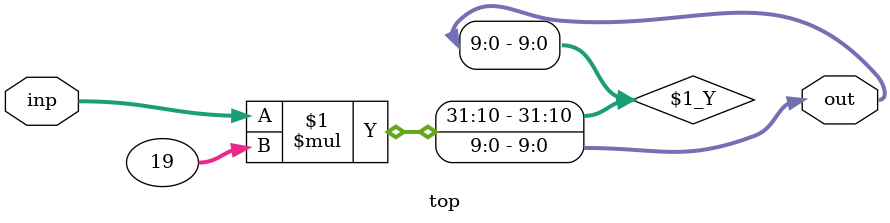
<source format=v>
module top(inp, out);
parameter width=2;
parameter outwidth=width+8;
parameter constant=19;

input signed [width-1:0] inp;
output signed [outwidth-1:0] out;

assign out = inp * constant;

endmodule
</source>
